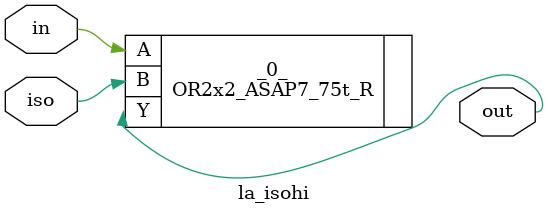
<source format=v>

/* Generated by Yosys 0.37 (git sha1 a5c7f69ed, clang 14.0.0-1ubuntu1.1 -fPIC -Os) */

module la_isohi(iso, in, out);
  input in;
  wire in;
  input iso;
  wire iso;
  output out;
  wire out;
  OR2x2_ASAP7_75t_R _0_ (
    .A(in),
    .B(iso),
    .Y(out)
  );
endmodule

</source>
